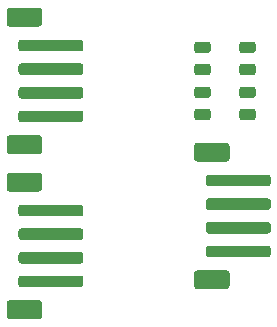
<source format=gbr>
%TF.GenerationSoftware,KiCad,Pcbnew,(5.1.6-0)*%
%TF.CreationDate,2022-04-30T15:34:59-07:00*%
%TF.ProjectId,talonsrx-enc-limit-ftc,74616c6f-6e73-4727-982d-656e632d6c69,rev?*%
%TF.SameCoordinates,PX695f190PY69fa208*%
%TF.FileFunction,Paste,Top*%
%TF.FilePolarity,Positive*%
%FSLAX46Y46*%
G04 Gerber Fmt 4.6, Leading zero omitted, Abs format (unit mm)*
G04 Created by KiCad (PCBNEW (5.1.6-0)) date 2022-04-30 15:34:59*
%MOMM*%
%LPD*%
G01*
G04 APERTURE LIST*
G04 APERTURE END LIST*
%TO.C,J4*%
G36*
G01*
X31575000Y6025000D02*
X26575000Y6025000D01*
G75*
G02*
X26325000Y6275000I0J250000D01*
G01*
X26325000Y6775000D01*
G75*
G02*
X26575000Y7025000I250000J0D01*
G01*
X31575000Y7025000D01*
G75*
G02*
X31825000Y6775000I0J-250000D01*
G01*
X31825000Y6275000D01*
G75*
G02*
X31575000Y6025000I-250000J0D01*
G01*
G37*
G36*
G01*
X31575000Y8025000D02*
X26575000Y8025000D01*
G75*
G02*
X26325000Y8275000I0J250000D01*
G01*
X26325000Y8775000D01*
G75*
G02*
X26575000Y9025000I250000J0D01*
G01*
X31575000Y9025000D01*
G75*
G02*
X31825000Y8775000I0J-250000D01*
G01*
X31825000Y8275000D01*
G75*
G02*
X31575000Y8025000I-250000J0D01*
G01*
G37*
G36*
G01*
X31575000Y10025000D02*
X26575000Y10025000D01*
G75*
G02*
X26325000Y10275000I0J250000D01*
G01*
X26325000Y10775000D01*
G75*
G02*
X26575000Y11025000I250000J0D01*
G01*
X31575000Y11025000D01*
G75*
G02*
X31825000Y10775000I0J-250000D01*
G01*
X31825000Y10275000D01*
G75*
G02*
X31575000Y10025000I-250000J0D01*
G01*
G37*
G36*
G01*
X31575000Y12025000D02*
X26575000Y12025000D01*
G75*
G02*
X26325000Y12275000I0J250000D01*
G01*
X26325000Y12775000D01*
G75*
G02*
X26575000Y13025000I250000J0D01*
G01*
X31575000Y13025000D01*
G75*
G02*
X31825000Y12775000I0J-250000D01*
G01*
X31825000Y12275000D01*
G75*
G02*
X31575000Y12025000I-250000J0D01*
G01*
G37*
G36*
G01*
X28075000Y3325000D02*
X25575000Y3325000D01*
G75*
G02*
X25325000Y3575000I0J250000D01*
G01*
X25325000Y4675000D01*
G75*
G02*
X25575000Y4925000I250000J0D01*
G01*
X28075000Y4925000D01*
G75*
G02*
X28325000Y4675000I0J-250000D01*
G01*
X28325000Y3575000D01*
G75*
G02*
X28075000Y3325000I-250000J0D01*
G01*
G37*
G36*
G01*
X28075000Y14125000D02*
X25575000Y14125000D01*
G75*
G02*
X25325000Y14375000I0J250000D01*
G01*
X25325000Y15475000D01*
G75*
G02*
X25575000Y15725000I250000J0D01*
G01*
X28075000Y15725000D01*
G75*
G02*
X28325000Y15475000I0J-250000D01*
G01*
X28325000Y14375000D01*
G75*
G02*
X28075000Y14125000I-250000J0D01*
G01*
G37*
%TD*%
%TO.C,D1*%
G36*
G01*
X30301250Y19500000D02*
X29388750Y19500000D01*
G75*
G02*
X29145000Y19743750I0J243750D01*
G01*
X29145000Y20231250D01*
G75*
G02*
X29388750Y20475000I243750J0D01*
G01*
X30301250Y20475000D01*
G75*
G02*
X30545000Y20231250I0J-243750D01*
G01*
X30545000Y19743750D01*
G75*
G02*
X30301250Y19500000I-243750J0D01*
G01*
G37*
G36*
G01*
X30301250Y17625000D02*
X29388750Y17625000D01*
G75*
G02*
X29145000Y17868750I0J243750D01*
G01*
X29145000Y18356250D01*
G75*
G02*
X29388750Y18600000I243750J0D01*
G01*
X30301250Y18600000D01*
G75*
G02*
X30545000Y18356250I0J-243750D01*
G01*
X30545000Y17868750D01*
G75*
G02*
X30301250Y17625000I-243750J0D01*
G01*
G37*
%TD*%
%TO.C,D2*%
G36*
G01*
X26491250Y17625000D02*
X25578750Y17625000D01*
G75*
G02*
X25335000Y17868750I0J243750D01*
G01*
X25335000Y18356250D01*
G75*
G02*
X25578750Y18600000I243750J0D01*
G01*
X26491250Y18600000D01*
G75*
G02*
X26735000Y18356250I0J-243750D01*
G01*
X26735000Y17868750D01*
G75*
G02*
X26491250Y17625000I-243750J0D01*
G01*
G37*
G36*
G01*
X26491250Y19500000D02*
X25578750Y19500000D01*
G75*
G02*
X25335000Y19743750I0J243750D01*
G01*
X25335000Y20231250D01*
G75*
G02*
X25578750Y20475000I243750J0D01*
G01*
X26491250Y20475000D01*
G75*
G02*
X26735000Y20231250I0J-243750D01*
G01*
X26735000Y19743750D01*
G75*
G02*
X26491250Y19500000I-243750J0D01*
G01*
G37*
%TD*%
%TO.C,R1*%
G36*
G01*
X29388750Y22410000D02*
X30301250Y22410000D01*
G75*
G02*
X30545000Y22166250I0J-243750D01*
G01*
X30545000Y21678750D01*
G75*
G02*
X30301250Y21435000I-243750J0D01*
G01*
X29388750Y21435000D01*
G75*
G02*
X29145000Y21678750I0J243750D01*
G01*
X29145000Y22166250D01*
G75*
G02*
X29388750Y22410000I243750J0D01*
G01*
G37*
G36*
G01*
X29388750Y24285000D02*
X30301250Y24285000D01*
G75*
G02*
X30545000Y24041250I0J-243750D01*
G01*
X30545000Y23553750D01*
G75*
G02*
X30301250Y23310000I-243750J0D01*
G01*
X29388750Y23310000D01*
G75*
G02*
X29145000Y23553750I0J243750D01*
G01*
X29145000Y24041250D01*
G75*
G02*
X29388750Y24285000I243750J0D01*
G01*
G37*
%TD*%
%TO.C,R2*%
G36*
G01*
X25578750Y24285000D02*
X26491250Y24285000D01*
G75*
G02*
X26735000Y24041250I0J-243750D01*
G01*
X26735000Y23553750D01*
G75*
G02*
X26491250Y23310000I-243750J0D01*
G01*
X25578750Y23310000D01*
G75*
G02*
X25335000Y23553750I0J243750D01*
G01*
X25335000Y24041250D01*
G75*
G02*
X25578750Y24285000I243750J0D01*
G01*
G37*
G36*
G01*
X25578750Y22410000D02*
X26491250Y22410000D01*
G75*
G02*
X26735000Y22166250I0J-243750D01*
G01*
X26735000Y21678750D01*
G75*
G02*
X26491250Y21435000I-243750J0D01*
G01*
X25578750Y21435000D01*
G75*
G02*
X25335000Y21678750I0J243750D01*
G01*
X25335000Y22166250D01*
G75*
G02*
X25578750Y22410000I243750J0D01*
G01*
G37*
%TD*%
%TO.C,J2*%
G36*
G01*
X15700000Y17455000D02*
X10700000Y17455000D01*
G75*
G02*
X10450000Y17705000I0J250000D01*
G01*
X10450000Y18205000D01*
G75*
G02*
X10700000Y18455000I250000J0D01*
G01*
X15700000Y18455000D01*
G75*
G02*
X15950000Y18205000I0J-250000D01*
G01*
X15950000Y17705000D01*
G75*
G02*
X15700000Y17455000I-250000J0D01*
G01*
G37*
G36*
G01*
X15700000Y19455000D02*
X10700000Y19455000D01*
G75*
G02*
X10450000Y19705000I0J250000D01*
G01*
X10450000Y20205000D01*
G75*
G02*
X10700000Y20455000I250000J0D01*
G01*
X15700000Y20455000D01*
G75*
G02*
X15950000Y20205000I0J-250000D01*
G01*
X15950000Y19705000D01*
G75*
G02*
X15700000Y19455000I-250000J0D01*
G01*
G37*
G36*
G01*
X15700000Y21455000D02*
X10700000Y21455000D01*
G75*
G02*
X10450000Y21705000I0J250000D01*
G01*
X10450000Y22205000D01*
G75*
G02*
X10700000Y22455000I250000J0D01*
G01*
X15700000Y22455000D01*
G75*
G02*
X15950000Y22205000I0J-250000D01*
G01*
X15950000Y21705000D01*
G75*
G02*
X15700000Y21455000I-250000J0D01*
G01*
G37*
G36*
G01*
X15700000Y23455000D02*
X10700000Y23455000D01*
G75*
G02*
X10450000Y23705000I0J250000D01*
G01*
X10450000Y24205000D01*
G75*
G02*
X10700000Y24455000I250000J0D01*
G01*
X15700000Y24455000D01*
G75*
G02*
X15950000Y24205000I0J-250000D01*
G01*
X15950000Y23705000D01*
G75*
G02*
X15700000Y23455000I-250000J0D01*
G01*
G37*
G36*
G01*
X12200000Y14755000D02*
X9700000Y14755000D01*
G75*
G02*
X9450000Y15005000I0J250000D01*
G01*
X9450000Y16105000D01*
G75*
G02*
X9700000Y16355000I250000J0D01*
G01*
X12200000Y16355000D01*
G75*
G02*
X12450000Y16105000I0J-250000D01*
G01*
X12450000Y15005000D01*
G75*
G02*
X12200000Y14755000I-250000J0D01*
G01*
G37*
G36*
G01*
X12200000Y25555000D02*
X9700000Y25555000D01*
G75*
G02*
X9450000Y25805000I0J250000D01*
G01*
X9450000Y26905000D01*
G75*
G02*
X9700000Y27155000I250000J0D01*
G01*
X12200000Y27155000D01*
G75*
G02*
X12450000Y26905000I0J-250000D01*
G01*
X12450000Y25805000D01*
G75*
G02*
X12200000Y25555000I-250000J0D01*
G01*
G37*
%TD*%
%TO.C,J3*%
G36*
G01*
X12200000Y11585000D02*
X9700000Y11585000D01*
G75*
G02*
X9450000Y11835000I0J250000D01*
G01*
X9450000Y12935000D01*
G75*
G02*
X9700000Y13185000I250000J0D01*
G01*
X12200000Y13185000D01*
G75*
G02*
X12450000Y12935000I0J-250000D01*
G01*
X12450000Y11835000D01*
G75*
G02*
X12200000Y11585000I-250000J0D01*
G01*
G37*
G36*
G01*
X12200000Y785000D02*
X9700000Y785000D01*
G75*
G02*
X9450000Y1035000I0J250000D01*
G01*
X9450000Y2135000D01*
G75*
G02*
X9700000Y2385000I250000J0D01*
G01*
X12200000Y2385000D01*
G75*
G02*
X12450000Y2135000I0J-250000D01*
G01*
X12450000Y1035000D01*
G75*
G02*
X12200000Y785000I-250000J0D01*
G01*
G37*
G36*
G01*
X15700000Y9485000D02*
X10700000Y9485000D01*
G75*
G02*
X10450000Y9735000I0J250000D01*
G01*
X10450000Y10235000D01*
G75*
G02*
X10700000Y10485000I250000J0D01*
G01*
X15700000Y10485000D01*
G75*
G02*
X15950000Y10235000I0J-250000D01*
G01*
X15950000Y9735000D01*
G75*
G02*
X15700000Y9485000I-250000J0D01*
G01*
G37*
G36*
G01*
X15700000Y7485000D02*
X10700000Y7485000D01*
G75*
G02*
X10450000Y7735000I0J250000D01*
G01*
X10450000Y8235000D01*
G75*
G02*
X10700000Y8485000I250000J0D01*
G01*
X15700000Y8485000D01*
G75*
G02*
X15950000Y8235000I0J-250000D01*
G01*
X15950000Y7735000D01*
G75*
G02*
X15700000Y7485000I-250000J0D01*
G01*
G37*
G36*
G01*
X15700000Y5485000D02*
X10700000Y5485000D01*
G75*
G02*
X10450000Y5735000I0J250000D01*
G01*
X10450000Y6235000D01*
G75*
G02*
X10700000Y6485000I250000J0D01*
G01*
X15700000Y6485000D01*
G75*
G02*
X15950000Y6235000I0J-250000D01*
G01*
X15950000Y5735000D01*
G75*
G02*
X15700000Y5485000I-250000J0D01*
G01*
G37*
G36*
G01*
X15700000Y3485000D02*
X10700000Y3485000D01*
G75*
G02*
X10450000Y3735000I0J250000D01*
G01*
X10450000Y4235000D01*
G75*
G02*
X10700000Y4485000I250000J0D01*
G01*
X15700000Y4485000D01*
G75*
G02*
X15950000Y4235000I0J-250000D01*
G01*
X15950000Y3735000D01*
G75*
G02*
X15700000Y3485000I-250000J0D01*
G01*
G37*
%TD*%
M02*

</source>
